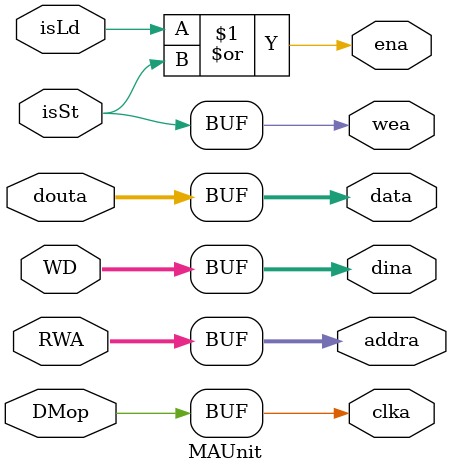
<source format=v>
`timescale 1s/1ms
module MAUnit(
            //For Module
          data, 
		  DMop, RWA, WD, isLd, isSt,
		  //For Data Memory Interface
		  clka, ena, wea, addra, dina,
		  douta
		  );
   //Module Specific
   input[31:0]  WD;
   input [6 : 0] RWA;
   input 	isLd, isSt, DMop;
   output wire  [31:0] data;
   
   //To be sent to Data Memory
   output clka, ena, wea;
   output [6 : 0] addra;
   output [31 : 0] dina;
   input [31 : 0] douta;
   
   // Data Memory Ports Assignments
   assign clka = DMop;      //Data Memory Reads or Writes on positive edge of DMop. Controlled by SyncController.
   assign ena = isLd | isSt;    //Dama Memory is to be used when the Instruction is Load or Store.
   assign wea = isSt;   //Writes to Data Memory only on Store instruction
   assign addra = RWA;  //Address to be accessed is RWA(Read/Write Address) 
   assign dina = WD;    //WD (Write Data) is the data that needs to be written into the memory in case of Store.
   assign data = douta; //Output of Memory Access Unit is the data of Data Memory when Read.

endmodule //


</source>
